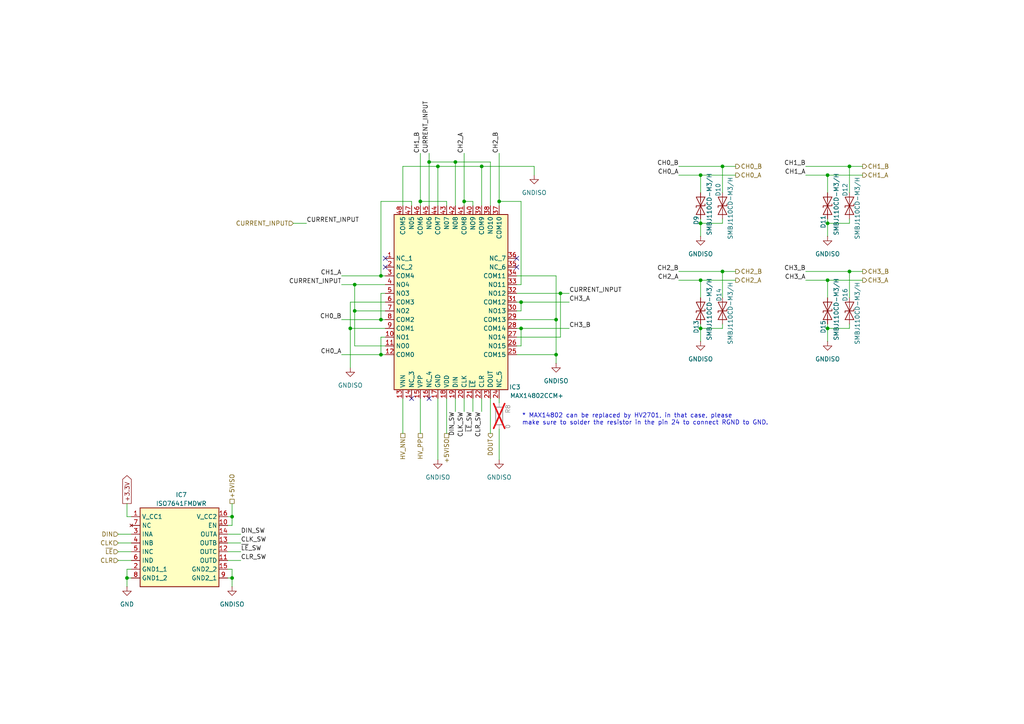
<source format=kicad_sch>
(kicad_sch (version 20231120) (generator "eeschema") (generator_version "8.0")
  (paper "A4")
  (title_block (title "TechStim-Hardware Design") (date "2024-04-17") (rev "0.0.1") (company "Technaid SL") (comment 1 "IND2022/TIC-23606"))
  (lib_symbols
    (symbol "Device:R" (pin_numbers hide) (pin_names (offset 0))
      (property "Reference" "R" (at 2.032 0 90))
      (property "Value" "R" (at 0 0 90))
      (symbol "R_0_1"
        (rectangle (start -1.016 -2.54) (end 1.016 2.54) (stroke (width 0.254)))
      )
      (symbol "R_1_1"
        (pin passive line (at 0 3.81 270) (length 1.27) (name "~") (number "1"))
        (pin passive line (at 0 -3.81 90) (length 1.27) (name "~") (number "2"))
      )
    )
    (symbol "Diode:SMAJ5.0CA" (pin_numbers hide) (pin_names (offset 1.016) hide)
      (property "Reference" "D" (at 0 2.54 0))
      (property "Value" "SMAJ5.0CA" (at 0 -2.54 0))
      (symbol "SMAJ5.0CA_0_1"
        (polyline (pts (xy 1.27 0) (xy -1.27 0)))
        (polyline (pts (xy -2.54 -1.27) (xy 0 0) (xy -2.54 1.27) (xy -2.54 -1.27)) (stroke (width 0.2032)))
        (polyline (pts (xy 0.508 1.27) (xy 0 1.27) (xy 0 -1.27) (xy -0.508 -1.27)) (stroke (width 0.2032)))
        (polyline (pts (xy 2.54 1.27) (xy 2.54 -1.27) (xy 0 0) (xy 2.54 1.27)) (stroke (width 0.2032)))
      )
      (symbol "SMAJ5.0CA_1_1"
        (pin passive line (at -3.81 0 0) (length 2.54) (name "A1") (number "1"))
        (pin passive line (at 3.81 0 180) (length 2.54) (name "A2") (number "2"))
      )
    )
    (symbol "Technaid:ISO7640FMDWR"
      (property "Reference" "IC" (at 29.21 7.62 0))
      (property "Value" "ISO7640FMDWR" (at 29.21 5.08 0))
      (symbol "ISO7640FMDWR_1_1"
        (rectangle (start 5.08 2.54) (end 27.94 -20.32) (stroke (width 0.254)) (fill (type background)))
        (pin passive line (at 2.54 0 0) (length 2.54) (name "V_CC1") (number "1"))
        (pin passive line (at 30.48 -2.54 180) (length 2.54) (name "EN") (number "10"))
        (pin output line (at 30.48 -12.7 180) (length 2.54) (name "OUTD") (number "11"))
        (pin output line (at 30.48 -10.16 180) (length 2.54) (name "OUTC") (number "12"))
        (pin output line (at 30.48 -7.62 180) (length 2.54) (name "OUTB") (number "13"))
        (pin output line (at 30.48 -5.08 180) (length 2.54) (name "OUTA") (number "14"))
        (pin passive line (at 30.48 -15.24 180) (length 2.54) (name "GND2_2") (number "15"))
        (pin passive line (at 30.48 0 180) (length 2.54) (name "V_CC2") (number "16"))
        (pin passive line (at 2.54 -15.24 0) (length 2.54) (name "GND1_1") (number "2"))
        (pin input line (at 2.54 -5.08 0) (length 2.54) (name "INA") (number "3"))
        (pin input line (at 2.54 -7.62 0) (length 2.54) (name "INB") (number "4"))
        (pin input line (at 2.54 -10.16 0) (length 2.54) (name "INC") (number "5"))
        (pin input line (at 2.54 -12.7 0) (length 2.54) (name "IND") (number "6"))
        (pin no_connect line (at 2.54 -2.54 0) (length 2.54) (name "NC") (number "7"))
        (pin passive line (at 2.54 -17.78 0) (length 2.54) (name "GND1_2") (number "8"))
        (pin passive line (at 30.48 -17.78 180) (length 2.54) (name "GND2_1") (number "9"))
      )
    )
    (symbol "power:GND" (power) (pin_numbers hide) (pin_names (offset 0) hide)
      (property "Value" "GND" (at 0 -3.81 0))
      (symbol "GND_0_1"
        (polyline (pts (xy 0 0) (xy 0 -1.27) (xy 1.27 -1.27) (xy 0 -2.54) (xy -1.27 -1.27) (xy 0 -1.27)))
      )
      (symbol "GND_1_1"
        (pin power_in line (at 0 0 270) (length 0) (name "~") (number "1"))
      )
    )
    (symbol "power:GND3" (power) (pin_numbers hide) (pin_names (offset 0) hide)
      (property "Value" "GND3" (at 0 -3.81 0))
      (symbol "GND3_0_1"
        (polyline (pts (xy 0 0) (xy 0 -1.27) (xy 1.27 -1.27) (xy 0 -2.54) (xy -1.27 -1.27) (xy 0 -1.27)))
      )
      (symbol "GND3_1_1"
        (pin power_in line (at 0 0 270) (length 0) (name "~") (number "1"))
      )
    )
    (symbol "techstim:MAX14802CCM+"
      (property "Reference" "IC3" (at 35.052 -50.038 0))
      (property "Value" "MAX14802CCM+" (at 41.402 -52.5466 0))
      (symbol "MAX14802CCM+_1_1"
        (rectangle (start 0 0) (end 33.02 -50.8) (stroke (width 0.254)) (fill (type background)))
        (pin passive line (at -2.54 -12.7 0) (length 2.54) (name "NC_1") (number "1"))
        (pin bidirectional line (at -2.54 -35.56 0) (length 2.54) (name "NO1") (number "10"))
        (pin bidirectional line (at -2.54 -38.1 0) (length 2.54) (name "NO0") (number "11"))
        (pin bidirectional line (at -2.54 -40.64 0) (length 2.54) (name "COM0") (number "12"))
        (pin power_in line (at 2.54 -53.34 90) (length 2.54) (name "VNN") (number "13"))
        (pin passive line (at 5.08 -53.34 90) (length 2.54) (name "NC_3") (number "14"))
        (pin power_in line (at 7.62 -53.34 90) (length 2.54) (name "VPP") (number "15"))
        (pin passive line (at 10.16 -53.34 90) (length 2.54) (name "NC_4") (number "16"))
        (pin power_in line (at 12.7 -53.34 90) (length 2.54) (name "GND") (number "17"))
        (pin power_in line (at 15.24 -53.34 90) (length 2.54) (name "VDD") (number "18"))
        (pin input line (at 17.78 -53.34 90) (length 2.54) (name "DIN") (number "19"))
        (pin passive line (at -2.54 -15.24 0) (length 2.54) (name "NC_2") (number "2"))
        (pin input line (at 20.32 -53.34 90) (length 2.54) (name "CLK") (number "20"))
        (pin input line (at 22.86 -53.34 90) (length 2.54) (name "~{LE}") (number "21"))
        (pin input line (at 25.4 -53.34 90) (length 2.54) (name "CLR") (number "22"))
        (pin output line (at 27.94 -53.34 90) (length 2.54) (name "DOUT") (number "23"))
        (pin passive line (at 30.48 -53.34 90) (length 2.54) (name "NC_5") (number "24"))
        (pin bidirectional line (at 35.56 -40.64 180) (length 2.54) (name "COM15") (number "25"))
        (pin bidirectional line (at 35.56 -38.1 180) (length 2.54) (name "NO15") (number "26"))
        (pin bidirectional line (at 35.56 -35.56 180) (length 2.54) (name "NO14") (number "27"))
        (pin bidirectional line (at 35.56 -33.02 180) (length 2.54) (name "COM14") (number "28"))
        (pin bidirectional line (at 35.56 -30.48 180) (length 2.54) (name "COM13") (number "29"))
        (pin bidirectional line (at -2.54 -17.78 0) (length 2.54) (name "COM4") (number "3"))
        (pin bidirectional line (at 35.56 -27.94 180) (length 2.54) (name "NO13") (number "30"))
        (pin bidirectional line (at 35.56 -25.4 180) (length 2.54) (name "COM12") (number "31"))
        (pin bidirectional line (at 35.56 -22.86 180) (length 2.54) (name "NO12") (number "32"))
        (pin bidirectional line (at 35.56 -20.32 180) (length 2.54) (name "NO11") (number "33"))
        (pin bidirectional line (at 35.56 -17.78 180) (length 2.54) (name "COM11") (number "34"))
        (pin passive line (at 35.56 -15.24 180) (length 2.54) (name "NC_6") (number "35"))
        (pin passive line (at 35.56 -12.7 180) (length 2.54) (name "NC_7") (number "36"))
        (pin passive line (at 30.48 2.54 270) (length 2.54) (name "COM10") (number "37"))
        (pin passive line (at 27.94 2.54 270) (length 2.54) (name "NO10") (number "38"))
        (pin passive line (at 25.4 2.54 270) (length 2.54) (name "COM9") (number "39"))
        (pin bidirectional line (at -2.54 -20.32 0) (length 2.54) (name "NO4") (number "4"))
        (pin passive line (at 22.86 2.54 270) (length 2.54) (name "NO9") (number "40"))
        (pin passive line (at 20.32 2.54 270) (length 2.54) (name "COM8") (number "41"))
        (pin passive line (at 17.78 2.54 270) (length 2.54) (name "N08") (number "42"))
        (pin passive line (at 15.24 2.54 270) (length 2.54) (name "N07") (number "43"))
        (pin passive line (at 12.7 2.54 270) (length 2.54) (name "COM7") (number "44"))
        (pin passive line (at 10.16 2.54 270) (length 2.54) (name "N06") (number "45"))
        (pin passive line (at 7.62 2.54 270) (length 2.54) (name "COM6") (number "46"))
        (pin passive line (at 5.08 2.54 270) (length 2.54) (name "N05") (number "47"))
        (pin passive line (at 2.54 2.54 270) (length 2.54) (name "COM5") (number "48"))
        (pin bidirectional line (at -2.54 -22.86 0) (length 2.54) (name "NO3") (number "5"))
        (pin bidirectional line (at -2.54 -25.4 0) (length 2.54) (name "COM3") (number "6"))
        (pin bidirectional line (at -2.54 -27.94 0) (length 2.54) (name "NO2") (number "7"))
        (pin bidirectional line (at -2.54 -30.48 0) (length 2.54) (name "COM2") (number "8"))
        (pin bidirectional line (at -2.54 -33.02 0) (length 2.54) (name "COM1") (number "9"))
      )
    )
  )
  (junction (at 110.49 92.71))
  (junction (at 151.13 95.25))
  (junction (at 121.92 58.42))
  (junction (at 102.87 82.55))
  (junction (at 203.2 81.28))
  (junction (at 161.29 102.87))
  (junction (at 240.03 81.28))
  (junction (at 144.78 58.42))
  (junction (at 240.03 64.77))
  (junction (at 67.31 167.64))
  (junction (at 110.49 80.01))
  (junction (at 67.31 149.86))
  (junction (at 127 48.26))
  (junction (at 124.46 46.99))
  (junction (at 240.03 95.25))
  (junction (at 110.49 102.87))
  (junction (at 246.38 48.26))
  (junction (at 139.7 48.26))
  (junction (at 203.2 95.25))
  (junction (at 209.55 78.74))
  (junction (at 162.56 85.09))
  (junction (at 151.13 87.63))
  (junction (at 203.2 64.77))
  (junction (at 134.62 58.42))
  (junction (at 101.6 95.25))
  (junction (at 209.55 48.26))
  (junction (at 203.2 50.8))
  (junction (at 36.83 167.64))
  (junction (at 102.87 90.17))
  (junction (at 240.03 50.8))
  (junction (at 246.38 78.74))
  (junction (at 161.29 92.71))
  (junction (at 132.08 46.99))
  (no_connect (at 111.76 77.47))
  (no_connect (at 149.86 74.93))
  (no_connect (at 119.38 115.57))
  (no_connect (at 111.76 74.93))
  (no_connect (at 124.46 115.57))
  (no_connect (at 149.86 77.47))
  (wire (pts (xy 85.09 64.77) (xy 88.9 64.77)))
  (wire (pts (xy 67.31 167.64) (xy 67.31 170.18)))
  (wire (pts (xy 116.84 48.26) (xy 127 48.26)))
  (wire (pts (xy 149.86 97.79) (xy 162.56 97.79)))
  (wire (pts (xy 119.38 58.42) (xy 119.38 59.69)))
  (wire (pts (xy 142.24 115.57) (xy 142.24 125.73)))
  (wire (pts (xy 162.56 97.79) (xy 162.56 85.09)))
  (wire (pts (xy 111.76 90.17) (xy 102.87 90.17)))
  (wire (pts (xy 154.94 48.26) (xy 154.94 50.8)))
  (wire (pts (xy 99.06 92.71) (xy 110.49 92.71)))
  (wire (pts (xy 66.04 154.94) (xy 69.85 154.94)))
  (wire (pts (xy 209.55 86.36) (xy 209.55 78.74)))
  (wire (pts (xy 233.68 81.28) (xy 240.03 81.28)))
  (wire (pts (xy 99.06 82.55) (xy 102.87 82.55)))
  (wire (pts (xy 240.03 86.36) (xy 240.03 81.28)))
  (wire (pts (xy 102.87 90.17) (xy 102.87 100.33)))
  (wire (pts (xy 134.62 44.45) (xy 134.62 58.42)))
  (wire (pts (xy 139.7 48.26) (xy 139.7 59.69)))
  (wire (pts (xy 240.03 55.88) (xy 240.03 50.8)))
  (wire (pts (xy 240.03 63.5) (xy 240.03 64.77)))
  (wire (pts (xy 151.13 95.25) (xy 165.1 95.25)))
  (wire (pts (xy 196.85 78.74) (xy 209.55 78.74)))
  (wire (pts (xy 111.76 87.63) (xy 101.6 87.63)))
  (wire (pts (xy 246.38 64.77) (xy 240.03 64.77)))
  (wire (pts (xy 66.04 157.48) (xy 69.85 157.48)))
  (wire (pts (xy 246.38 63.5) (xy 246.38 64.77)))
  (wire (pts (xy 240.03 81.28) (xy 250.19 81.28)))
  (wire (pts (xy 111.76 97.79) (xy 110.49 97.79)))
  (wire (pts (xy 142.24 46.99) (xy 132.08 46.99)))
  (wire (pts (xy 66.04 165.1) (xy 67.31 165.1)))
  (wire (pts (xy 124.46 46.99) (xy 124.46 59.69)))
  (wire (pts (xy 149.86 92.71) (xy 161.29 92.71)))
  (wire (pts (xy 151.13 58.42) (xy 151.13 82.55)))
  (wire (pts (xy 101.6 87.63) (xy 101.6 95.25)))
  (wire (pts (xy 124.46 44.45) (xy 124.46 46.99)))
  (wire (pts (xy 161.29 102.87) (xy 161.29 105.41)))
  (wire (pts (xy 110.49 85.09) (xy 110.49 92.71)))
  (wire (pts (xy 129.54 115.57) (xy 129.54 125.73)))
  (wire (pts (xy 246.38 78.74) (xy 250.19 78.74)))
  (wire (pts (xy 67.31 149.86) (xy 67.31 146.05)))
  (wire (pts (xy 162.56 85.09) (xy 165.1 85.09)))
  (wire (pts (xy 127 48.26) (xy 127 59.69)))
  (wire (pts (xy 111.76 82.55) (xy 102.87 82.55)))
  (wire (pts (xy 209.55 93.98) (xy 209.55 95.25)))
  (wire (pts (xy 149.86 85.09) (xy 162.56 85.09)))
  (wire (pts (xy 34.29 157.48) (xy 38.1 157.48)))
  (wire (pts (xy 132.08 59.69) (xy 132.08 46.99)))
  (wire (pts (xy 144.78 124.46) (xy 144.78 133.35)))
  (wire (pts (xy 203.2 81.28) (xy 213.36 81.28)))
  (wire (pts (xy 66.04 162.56) (xy 69.85 162.56)))
  (wire (pts (xy 233.68 78.74) (xy 246.38 78.74)))
  (wire (pts (xy 116.84 59.69) (xy 116.84 48.26)))
  (wire (pts (xy 102.87 82.55) (xy 102.87 90.17)))
  (wire (pts (xy 111.76 85.09) (xy 110.49 85.09)))
  (wire (pts (xy 34.29 154.94) (xy 38.1 154.94)))
  (wire (pts (xy 240.03 95.25) (xy 240.03 99.06)))
  (wire (pts (xy 121.92 59.69) (xy 121.92 58.42)))
  (wire (pts (xy 149.86 80.01) (xy 161.29 80.01)))
  (wire (pts (xy 149.86 90.17) (xy 151.13 90.17)))
  (wire (pts (xy 101.6 95.25) (xy 101.6 106.68)))
  (wire (pts (xy 110.49 80.01) (xy 110.49 58.42)))
  (wire (pts (xy 139.7 48.26) (xy 154.94 48.26)))
  (wire (pts (xy 144.78 115.57) (xy 144.78 116.84)))
  (wire (pts (xy 149.86 102.87) (xy 161.29 102.87)))
  (wire (pts (xy 246.38 93.98) (xy 246.38 95.25)))
  (wire (pts (xy 67.31 152.4) (xy 67.31 149.86)))
  (wire (pts (xy 209.55 63.5) (xy 209.55 64.77)))
  (wire (pts (xy 149.86 95.25) (xy 151.13 95.25)))
  (wire (pts (xy 144.78 44.45) (xy 144.78 58.42)))
  (wire (pts (xy 233.68 48.26) (xy 246.38 48.26)))
  (wire (pts (xy 102.87 100.33) (xy 111.76 100.33)))
  (wire (pts (xy 36.83 149.86) (xy 36.83 146.05)))
  (wire (pts (xy 38.1 149.86) (xy 36.83 149.86)))
  (wire (pts (xy 196.85 81.28) (xy 203.2 81.28)))
  (wire (pts (xy 121.92 115.57) (xy 121.92 125.73)))
  (wire (pts (xy 137.16 115.57) (xy 137.16 119.38)))
  (wire (pts (xy 127 115.57) (xy 127 133.35)))
  (wire (pts (xy 142.24 59.69) (xy 142.24 46.99)))
  (wire (pts (xy 99.06 102.87) (xy 110.49 102.87)))
  (wire (pts (xy 129.54 58.42) (xy 129.54 59.69)))
  (wire (pts (xy 127 48.26) (xy 139.7 48.26)))
  (wire (pts (xy 66.04 149.86) (xy 67.31 149.86)))
  (wire (pts (xy 38.1 167.64) (xy 36.83 167.64)))
  (wire (pts (xy 161.29 92.71) (xy 161.29 102.87)))
  (wire (pts (xy 132.08 115.57) (xy 132.08 119.38)))
  (wire (pts (xy 110.49 102.87) (xy 111.76 102.87)))
  (wire (pts (xy 66.04 152.4) (xy 67.31 152.4)))
  (wire (pts (xy 196.85 50.8) (xy 203.2 50.8)))
  (wire (pts (xy 67.31 165.1) (xy 67.31 167.64)))
  (wire (pts (xy 66.04 160.02) (xy 69.85 160.02)))
  (wire (pts (xy 203.2 63.5) (xy 203.2 64.77)))
  (wire (pts (xy 246.38 86.36) (xy 246.38 78.74)))
  (wire (pts (xy 203.2 64.77) (xy 203.2 68.58)))
  (wire (pts (xy 151.13 95.25) (xy 151.13 100.33)))
  (wire (pts (xy 246.38 55.88) (xy 246.38 48.26)))
  (wire (pts (xy 116.84 115.57) (xy 116.84 125.73)))
  (wire (pts (xy 203.2 50.8) (xy 213.36 50.8)))
  (wire (pts (xy 134.62 58.42) (xy 137.16 58.42)))
  (wire (pts (xy 121.92 58.42) (xy 129.54 58.42)))
  (wire (pts (xy 134.62 115.57) (xy 134.62 119.38)))
  (wire (pts (xy 110.49 92.71) (xy 111.76 92.71)))
  (wire (pts (xy 144.78 58.42) (xy 151.13 58.42)))
  (wire (pts (xy 196.85 48.26) (xy 209.55 48.26)))
  (wire (pts (xy 38.1 165.1) (xy 36.83 165.1)))
  (wire (pts (xy 149.86 100.33) (xy 151.13 100.33)))
  (wire (pts (xy 240.03 93.98) (xy 240.03 95.25)))
  (wire (pts (xy 151.13 87.63) (xy 151.13 90.17)))
  (wire (pts (xy 203.2 95.25) (xy 203.2 99.06)))
  (wire (pts (xy 203.2 93.98) (xy 203.2 95.25)))
  (wire (pts (xy 144.78 59.69) (xy 144.78 58.42)))
  (wire (pts (xy 36.83 165.1) (xy 36.83 167.64)))
  (wire (pts (xy 246.38 95.25) (xy 240.03 95.25)))
  (wire (pts (xy 209.55 64.77) (xy 203.2 64.77)))
  (wire (pts (xy 149.86 87.63) (xy 151.13 87.63)))
  (wire (pts (xy 132.08 46.99) (xy 124.46 46.99)))
  (wire (pts (xy 240.03 50.8) (xy 250.19 50.8)))
  (wire (pts (xy 203.2 55.88) (xy 203.2 50.8)))
  (wire (pts (xy 137.16 58.42) (xy 137.16 59.69)))
  (wire (pts (xy 34.29 160.02) (xy 38.1 160.02)))
  (wire (pts (xy 151.13 82.55) (xy 149.86 82.55)))
  (wire (pts (xy 240.03 64.77) (xy 240.03 68.58)))
  (wire (pts (xy 34.29 162.56) (xy 38.1 162.56)))
  (wire (pts (xy 121.92 44.45) (xy 121.92 58.42)))
  (wire (pts (xy 111.76 80.01) (xy 110.49 80.01)))
  (wire (pts (xy 134.62 59.69) (xy 134.62 58.42)))
  (wire (pts (xy 99.06 80.01) (xy 110.49 80.01)))
  (wire (pts (xy 161.29 80.01) (xy 161.29 92.71)))
  (wire (pts (xy 209.55 95.25) (xy 203.2 95.25)))
  (wire (pts (xy 209.55 78.74) (xy 213.36 78.74)))
  (wire (pts (xy 151.13 87.63) (xy 165.1 87.63)))
  (wire (pts (xy 203.2 86.36) (xy 203.2 81.28)))
  (wire (pts (xy 110.49 97.79) (xy 110.49 102.87)))
  (wire (pts (xy 66.04 167.64) (xy 67.31 167.64)))
  (wire (pts (xy 36.83 167.64) (xy 36.83 170.18)))
  (wire (pts (xy 233.68 50.8) (xy 240.03 50.8)))
  (wire (pts (xy 246.38 48.26) (xy 250.19 48.26)))
  (wire (pts (xy 209.55 48.26) (xy 213.36 48.26)))
  (wire (pts (xy 110.49 58.42) (xy 119.38 58.42)))
  (wire (pts (xy 209.55 55.88) (xy 209.55 48.26)))
  (wire (pts (xy 101.6 95.25) (xy 111.76 95.25)))
  (wire (pts (xy 139.7 115.57) (xy 139.7 119.38)))
  (text "* MAX14802 can be replaced by HV2701, in that case, please\nmake sure to solder the resistor in the pin 24 to connect RGND to GND." (at 151.384 121.666 0) (effects (font (size 1.27 1.27)) (justify left)))
  (label "CURRENT_INPUT" (at 165.1 85.09 0))
  (label "~{LE}_SW" (at 69.85 160.02 0))
  (label "CLK_SW" (at 134.62 119.38 270))
  (label "CURRENT_INPUT" (at 124.46 44.45 90))
  (label "CLR_SW" (at 69.85 162.56 0))
  (label "CH0_A" (at 99.06 102.87 180))
  (label "DIN_SW" (at 69.85 154.94 0))
  (label "CH0_B" (at 99.06 92.71 180))
  (label "CLK_SW" (at 69.85 157.48 0))
  (label "DIN_SW" (at 132.08 119.38 270))
  (label "CH3_B" (at 165.1 95.25 0))
  (label "CH3_A" (at 233.68 81.28 180))
  (label "CURRENT_INPUT" (at 99.06 82.55 180))
  (label "CH3_A" (at 165.1 87.63 0))
  (label "CH2_B" (at 196.85 78.74 180))
  (label "CH1_A" (at 233.68 50.8 180))
  (label "CH2_A" (at 196.85 81.28 180))
  (label "CH2_B" (at 144.78 44.45 90))
  (label "CH1_B" (at 121.92 44.45 90))
  (label "CH1_B" (at 233.68 48.26 180))
  (label "CLR_SW" (at 139.7 119.38 270))
  (label "~{LE}_SW" (at 137.16 119.38 270))
  (label "CH3_B" (at 233.68 78.74 180))
  (label "CH1_A" (at 99.06 80.01 180))
  (label "CH0_A" (at 196.85 50.8 180))
  (label "CH0_B" (at 196.85 48.26 180))
  (label "CH2_A" (at 134.62 44.45 90))
  (label "CURRENT_INPUT" (at 88.9 64.77 0))
  (global_label "+3.3V" (shape output) (at 36.83 146.05 90) (property "Intersheetrefs" "${INTERSHEET_REFS}" (effects (hide yes))))
  (hierarchical_label "CURRENT_INPUT" (shape input) (at 85.09 64.77 180))
  (hierarchical_label "CLK" (shape input) (at 34.29 157.48 180))
  (hierarchical_label "HV_PP" (shape passive) (at 121.92 125.73 270))
  (hierarchical_label "CH2_B" (shape output) (at 213.36 78.74 0))
  (hierarchical_label "CH0_A" (shape output) (at 213.36 50.8 0))
  (hierarchical_label "CLR" (shape input) (at 34.29 162.56 180))
  (hierarchical_label "+5VISO" (shape passive) (at 67.31 146.05 90))
  (hierarchical_label "DIN" (shape input) (at 34.29 154.94 180))
  (hierarchical_label "CH3_B" (shape output) (at 250.19 78.74 0))
  (hierarchical_label "+5VISO" (shape passive) (at 129.54 125.73 270))
  (hierarchical_label "CH2_A" (shape output) (at 213.36 81.28 0))
  (hierarchical_label "CH1_A" (shape output) (at 250.19 50.8 0))
  (hierarchical_label "CH1_B" (shape output) (at 250.19 48.26 0))
  (hierarchical_label "CH3_A" (shape output) (at 250.19 81.28 0))
  (hierarchical_label "HV_NN" (shape passive) (at 116.84 125.73 270))
  (hierarchical_label "~{LE}" (shape input) (at 34.29 160.02 180))
  (hierarchical_label "DOUT" (shape output) (at 142.24 125.73 270))
  (hierarchical_label "CH0_B" (shape output) (at 213.36 48.26 0))
  (symbol (lib_id "power:GND3") (at 154.94 50.8 0) (unit 1)
    (property "Reference" "#PWR061" (effects (hide yes)))
    (property "Value" "GNDISO" (at 154.94 55.88 0))
    (property "Description" "Power symbol creates a global label with name \"GND3\" , ground" (effects (hide yes)))
  )
  (symbol (lib_id "power:GND3") (at 240.03 68.58 0) (unit 1)
    (property "Reference" "#PWR066" (effects (hide yes)))
    (property "Value" "GNDISO" (at 240.03 73.66 0))
    (property "Description" "Power symbol creates a global label with name \"GND3\" , ground" (effects (hide yes)))
  )
  (symbol (lib_id "Diode:SMAJ5.0CA") (at 209.55 90.17 90) (mirror x) (unit 1)
    (property "Reference" "D14" (at 208.534 83.566 0) (effects (justify left)))
    (property "Value" "SMBJ110CD-M3/H" (at 211.836 81.788 0) (effects (justify left)))
    (property "Footprint" "Diode_SMD:D_SMA" (effects (hide yes)))
    (property "Datasheet" "https://www.littelfuse.com/media?resourcetype=datasheets&itemid=75e32973-b177-4ee3-a0ff-cedaf1abdb93&filename=smaj-datasheet" (effects (hide yes)))
    (property "Description" "ESD Suppressors / TVS Diodes 110V 600W Bidir TransZorb 3.5% Tol" (effects (hide yes)))
    (property "MFN" "Vishay General Semiconductor" (effects (hide yes)))
    (property "MFP" "SMBJ110CD-M3/H" (effects (hide yes)))
    (property "S1PN" "Mouser" (effects (hide yes)))
    (property "S1PL" "https://eu.mouser.com/ProductDetail/Vishay-General-Semiconductor/SMBJ110CD-M3-H?qs=5aG0NVq1C4wCMBQujN%252BJrQ%3D%3D" (effects (hide yes)))
  )
  (symbol (lib_id "Diode:SMAJ5.0CA") (at 246.38 59.69 90) (mirror x) (unit 1)
    (property "Reference" "D12" (at 245.11 53.086 0) (effects (justify left)))
    (property "Value" "SMBJ110CD-M3/H" (at 248.666 51.308 0) (effects (justify left)))
    (property "Footprint" "Diode_SMD:D_SMA" (effects (hide yes)))
    (property "Datasheet" "https://www.littelfuse.com/media?resourcetype=datasheets&itemid=75e32973-b177-4ee3-a0ff-cedaf1abdb93&filename=smaj-datasheet" (effects (hide yes)))
    (property "Description" "ESD Suppressors / TVS Diodes 110V 600W Bidir TransZorb 3.5% Tol" (effects (hide yes)))
    (property "MFN" "Vishay General Semiconductor" (effects (hide yes)))
    (property "MFP" "SMBJ110CD-M3/H" (effects (hide yes)))
    (property "S1PN" "Mouser" (effects (hide yes)))
    (property "S1PL" "https://eu.mouser.com/ProductDetail/Vishay-General-Semiconductor/SMBJ110CD-M3-H?qs=5aG0NVq1C4wCMBQujN%252BJrQ%3D%3D" (effects (hide yes)))
  )
  (symbol (lib_id "power:GND3") (at 67.31 170.18 0) (unit 1)
    (property "Reference" "#PWR050" (effects (hide yes)))
    (property "Value" "GNDISO" (at 67.31 175.26 0))
    (property "Description" "Power symbol creates a global label with name \"GND3\" , ground" (effects (hide yes)))
  )
  (symbol (lib_id "Diode:SMAJ5.0CA") (at 203.2 59.69 90) (mirror x) (unit 1)
    (property "Reference" "D9" (at 201.93 65.278 0) (effects (justify right)))
    (property "Value" "SMBJ110CD-M3/H" (at 205.74 68.326 0) (effects (justify right)))
    (property "Footprint" "Diode_SMD:D_SMA" (effects (hide yes)))
    (property "Datasheet" "https://www.littelfuse.com/media?resourcetype=datasheets&itemid=75e32973-b177-4ee3-a0ff-cedaf1abdb93&filename=smaj-datasheet" (effects (hide yes)))
    (property "Description" "ESD Suppressors / TVS Diodes 110V 600W Bidir TransZorb 3.5% Tol" (effects (hide yes)))
    (property "MFN" "Vishay General Semiconductor" (effects (hide yes)))
    (property "MFP" "SMBJ110CD-M3/H" (effects (hide yes)))
    (property "S1PN" "Mouser" (effects (hide yes)))
    (property "S1PL" "https://eu.mouser.com/ProductDetail/Vishay-General-Semiconductor/SMBJ110CD-M3-H?qs=5aG0NVq1C4wCMBQujN%252BJrQ%3D%3D" (effects (hide yes)))
  )
  (symbol (lib_id "Diode:SMAJ5.0CA") (at 246.38 90.17 90) (mirror x) (unit 1)
    (property "Reference" "D16" (at 245.11 83.566 0) (effects (justify left)))
    (property "Value" "SMBJ110CD-M3/H" (at 248.666 81.788 0) (effects (justify left)))
    (property "Footprint" "Diode_SMD:D_SMA" (effects (hide yes)))
    (property "Datasheet" "https://www.littelfuse.com/media?resourcetype=datasheets&itemid=75e32973-b177-4ee3-a0ff-cedaf1abdb93&filename=smaj-datasheet" (effects (hide yes)))
    (property "Description" "ESD Suppressors / TVS Diodes 110V 600W Bidir TransZorb 3.5% Tol" (effects (hide yes)))
    (property "MFN" "Vishay General Semiconductor" (effects (hide yes)))
    (property "MFP" "SMBJ110CD-M3/H" (effects (hide yes)))
    (property "S1PN" "Mouser" (effects (hide yes)))
    (property "S1PL" "https://eu.mouser.com/ProductDetail/Vishay-General-Semiconductor/SMBJ110CD-M3-H?qs=5aG0NVq1C4wCMBQujN%252BJrQ%3D%3D" (effects (hide yes)))
  )
  (symbol (lib_id "power:GND3") (at 240.03 99.06 0) (unit 1)
    (property "Reference" "#PWR064" (effects (hide yes)))
    (property "Value" "GNDISO" (at 240.03 104.14 0))
    (property "Description" "Power symbol creates a global label with name \"GND3\" , ground" (effects (hide yes)))
  )
  (symbol (lib_id "Diode:SMAJ5.0CA") (at 240.03 59.69 90) (mirror x) (unit 1)
    (property "Reference" "D11" (at 238.76 66.294 0) (effects (justify right)))
    (property "Value" "SMBJ110CD-M3/H" (at 242.57 68.326 0) (effects (justify right)))
    (property "Footprint" "Diode_SMD:D_SMA" (effects (hide yes)))
    (property "Datasheet" "https://www.littelfuse.com/media?resourcetype=datasheets&itemid=75e32973-b177-4ee3-a0ff-cedaf1abdb93&filename=smaj-datasheet" (effects (hide yes)))
    (property "Description" "ESD Suppressors / TVS Diodes 110V 600W Bidir TransZorb 3.5% Tol" (effects (hide yes)))
    (property "MFN" "Vishay General Semiconductor" (effects (hide yes)))
    (property "MFP" "SMBJ110CD-M3/H" (effects (hide yes)))
    (property "S1PN" "Mouser" (effects (hide yes)))
    (property "S1PL" "https://eu.mouser.com/ProductDetail/Vishay-General-Semiconductor/SMBJ110CD-M3-H?qs=5aG0NVq1C4wCMBQujN%252BJrQ%3D%3D" (effects (hide yes)))
  )
  (symbol (lib_id "power:GND") (at 36.83 170.18 0) (unit 1)
    (property "Reference" "#PWR081" (effects (hide yes)))
    (property "Value" "GND" (at 36.83 175.26 0))
    (property "Description" "Power symbol creates a global label with name \"GND\" , ground" (effects (hide yes)))
  )
  (symbol (lib_id "Diode:SMAJ5.0CA") (at 209.55 59.69 90) (mirror x) (unit 1)
    (property "Reference" "D10" (at 208.28 53.086 0) (effects (justify left)))
    (property "Value" "SMBJ110CD-M3/H" (at 211.836 51.308 0) (effects (justify left)))
    (property "Footprint" "Diode_SMD:D_SMA" (effects (hide yes)))
    (property "Datasheet" "https://www.littelfuse.com/media?resourcetype=datasheets&itemid=75e32973-b177-4ee3-a0ff-cedaf1abdb93&filename=smaj-datasheet" (effects (hide yes)))
    (property "Description" "ESD Suppressors / TVS Diodes 110V 600W Bidir TransZorb 3.5% Tol" (effects (hide yes)))
    (property "MFN" "Vishay General Semiconductor" (effects (hide yes)))
    (property "MFP" "SMBJ110CD-M3/H" (effects (hide yes)))
    (property "S1PN" "Mouser" (effects (hide yes)))
    (property "S1PL" "https://eu.mouser.com/ProductDetail/Vishay-General-Semiconductor/SMBJ110CD-M3-H?qs=5aG0NVq1C4wCMBQujN%252BJrQ%3D%3D" (effects (hide yes)))
  )
  (symbol (lib_id "techstim:MAX14802CCM+") (at 114.3 62.23 0) (unit 1)
    (property "Reference" "IC3" (at 149.352 112.268 0))
    (property "Value" "MAX14802CCM+" (at 155.702 114.7766 0))
    (property "Footprint" "Package_QFP:TQFP-48_7x7mm_P0.5mm" (effects (hide yes)))
    (property "Datasheet" "https://componentsearchengine.com/Datasheets/2/MAX14802CCM+.pdf" (effects (hide yes)))
    (property "Description" "MAXIM INTEGRATED PRODUCTS - MAX14802CCM+ - ANALOGUE SWITCH, 16-CH, TQFP-48" (effects (hide yes)))
    (property "Height" "1.45" (effects (hide yes)))
    (property "Mouser Part Number" "700-MAX14802CCM" (effects (hide yes)))
    (property "Mouser Price/Stock" "https://www.mouser.co.uk/ProductDetail/Maxim-Integrated/MAX14802CCM%2b?qs=LHmEVA8xxfYA%252BG0fCGlljQ%3D%3D" (effects (hide yes)))
    (property "Manufacturer_Name" "Analog Devices" (effects (hide yes)))
    (property "Manufacturer_Part_Number" "MAX14802CCM+" (effects (hide yes)))
  )
  (symbol (lib_id "Diode:SMAJ5.0CA") (at 203.2 90.17 90) (mirror x) (unit 1)
    (property "Reference" "D13" (at 201.93 96.774 0) (effects (justify right)))
    (property "Value" "SMBJ110CD-M3/H" (at 205.74 98.806 0) (effects (justify right)))
    (property "Footprint" "Diode_SMD:D_SMA" (effects (hide yes)))
    (property "Datasheet" "https://www.littelfuse.com/media?resourcetype=datasheets&itemid=75e32973-b177-4ee3-a0ff-cedaf1abdb93&filename=smaj-datasheet" (effects (hide yes)))
    (property "Description" "ESD Suppressors / TVS Diodes 110V 600W Bidir TransZorb 3.5% Tol" (effects (hide yes)))
    (property "MFN" "Vishay General Semiconductor" (effects (hide yes)))
    (property "MFP" "SMBJ110CD-M3/H" (effects (hide yes)))
    (property "S1PN" "Mouser" (effects (hide yes)))
    (property "S1PL" "https://eu.mouser.com/ProductDetail/Vishay-General-Semiconductor/SMBJ110CD-M3-H?qs=5aG0NVq1C4wCMBQujN%252BJrQ%3D%3D" (effects (hide yes)))
  )
  (symbol (lib_id "power:GND3") (at 203.2 99.06 0) (unit 1)
    (property "Reference" "#PWR063" (effects (hide yes)))
    (property "Value" "GNDISO" (at 203.2 104.14 0))
    (property "Description" "Power symbol creates a global label with name \"GND3\" , ground" (effects (hide yes)))
  )
  (symbol (lib_id "Device:R") (at 144.78 120.65 0) (mirror x) (unit 1) (dnp yes)
    (property "Reference" "R8" (at 147.32 118.618 90))
    (property "Value" "0" (at 147.32 123.698 90))
    (property "Footprint" "Resistor_SMD:R_0805_2012Metric_Pad1.20x1.40mm_HandSolder" (effects (hide yes)))
    (property "Datasheet" "https://www.mouser.es/datasheet/2/447/YAGEO_PYu_RC_Group_51_RoHS_L_12-3313492.pdf" (effects (hide yes)))
    (property "Description" "Resistor" (effects (hide yes)))
    (property "MFN" "YAGEO" (effects (hide yes)))
    (property "MFP" "RC0805FR-070RL" (effects (hide yes)))
    (property "S1PN" "Mouser" (effects (hide yes)))
    (property "S1PL" "https://www.mouser.es/ProductDetail/YAGEO/RC0805FR-070RL?qs=fRxXYNj8ftF6kXqh1XbZJQ%3D%3D" (effects (hide yes)))
  )
  (symbol (lib_id "power:GND3") (at 127 133.35 0) (unit 1)
    (property "Reference" "#PWR052" (effects (hide yes)))
    (property "Value" "GNDISO" (at 127 138.43 0))
    (property "Description" "Power symbol creates a global label with name \"GND3\" , ground" (effects (hide yes)))
  )
  (symbol (lib_id "power:GND3") (at 144.78 133.35 0) (unit 1)
    (property "Reference" "#PWR058" (effects (hide yes)))
    (property "Value" "GNDISO" (at 144.78 138.43 0))
    (property "Description" "Power symbol creates a global label with name \"GND3\" , ground" (effects (hide yes)))
  )
  (symbol (lib_id "Technaid:ISO7640FMDWR") (at 35.56 149.86 0) (unit 1)
    (property "Reference" "IC7" (at 52.578 143.51 0))
    (property "Value" "ISO7641FMDWR" (at 52.578 146.05 0))
    (property "Footprint" "Package_SO:SOIC-16W_7.5x10.3mm_P1.27mm" (effects (hide yes)))
    (property "Datasheet" "http://www.ti.com/lit/gpn/ISO7640FM" (effects (hide yes)))
    (property "Description" "6kVpk Low Power Quad Channels, 150Mbps Digital Isolators" (effects (hide yes)))
    (property "Height" "2.65" (effects (hide yes)))
    (property "Mouser Part Number" "595-ISO7640FMDWR" (effects (hide yes)))
    (property "Mouser Price/Stock" "https://www.mouser.co.uk/ProductDetail/Texas-Instruments/ISO7640FMDWR?qs=bhx7MkwkKU8Q7CcjCV9mvg%3D%3D" (effects (hide yes)))
    (property "Manufacturer_Name" "Texas Instruments" (effects (hide yes)))
    (property "Manufacturer_Part_Number" "ISO7640FMDWR" (effects (hide yes)))
    (property "MFN" "Texas Instruments" (effects (hide yes)))
    (property "MFP" "ISO7640FMDWR" (effects (hide yes)))
    (property "S1PN" "Mouser" (effects (hide yes)))
    (property "S1PL" "https://www.mouser.co.uk/ProductDetail/Texas-Instruments/ISO7640FMDWR?qs=bhx7MkwkKU8Q7CcjCV9mvg%3D%3D" (effects (hide yes)))
  )
  (symbol (lib_id "power:GND3") (at 101.6 106.68 0) (unit 1)
    (property "Reference" "#PWR051" (effects (hide yes)))
    (property "Value" "GNDISO" (at 101.6 111.76 0))
    (property "Description" "Power symbol creates a global label with name \"GND3\" , ground" (effects (hide yes)))
  )
  (symbol (lib_id "power:GND3") (at 203.2 68.58 0) (unit 1)
    (property "Reference" "#PWR067" (effects (hide yes)))
    (property "Value" "GNDISO" (at 203.2 73.66 0))
    (property "Description" "Power symbol creates a global label with name \"GND3\" , ground" (effects (hide yes)))
  )
  (symbol (lib_id "power:GND3") (at 161.29 105.41 0) (unit 1)
    (property "Reference" "#PWR060" (effects (hide yes)))
    (property "Value" "GNDISO" (at 161.29 110.49 0))
    (property "Description" "Power symbol creates a global label with name \"GND3\" , ground" (effects (hide yes)))
  )
  (symbol (lib_id "Diode:SMAJ5.0CA") (at 240.03 90.17 90) (mirror x) (unit 1)
    (property "Reference" "D15" (at 238.76 96.774 0) (effects (justify right)))
    (property "Value" "SMBJ110CD-M3/H" (at 242.57 98.806 0) (effects (justify right)))
    (property "Footprint" "Diode_SMD:D_SMA" (effects (hide yes)))
    (property "Datasheet" "https://www.littelfuse.com/media?resourcetype=datasheets&itemid=75e32973-b177-4ee3-a0ff-cedaf1abdb93&filename=smaj-datasheet" (effects (hide yes)))
    (property "Description" "ESD Suppressors / TVS Diodes 110V 600W Bidir TransZorb 3.5% Tol" (effects (hide yes)))
    (property "MFN" "Vishay General Semiconductor" (effects (hide yes)))
    (property "MFP" "SMBJ110CD-M3/H" (effects (hide yes)))
    (property "S1PN" "Mouser" (effects (hide yes)))
    (property "S1PL" "https://eu.mouser.com/ProductDetail/Vishay-General-Semiconductor/SMBJ110CD-M3-H?qs=5aG0NVq1C4wCMBQujN%252BJrQ%3D%3D" (effects (hide yes)))
  )
)
</source>
